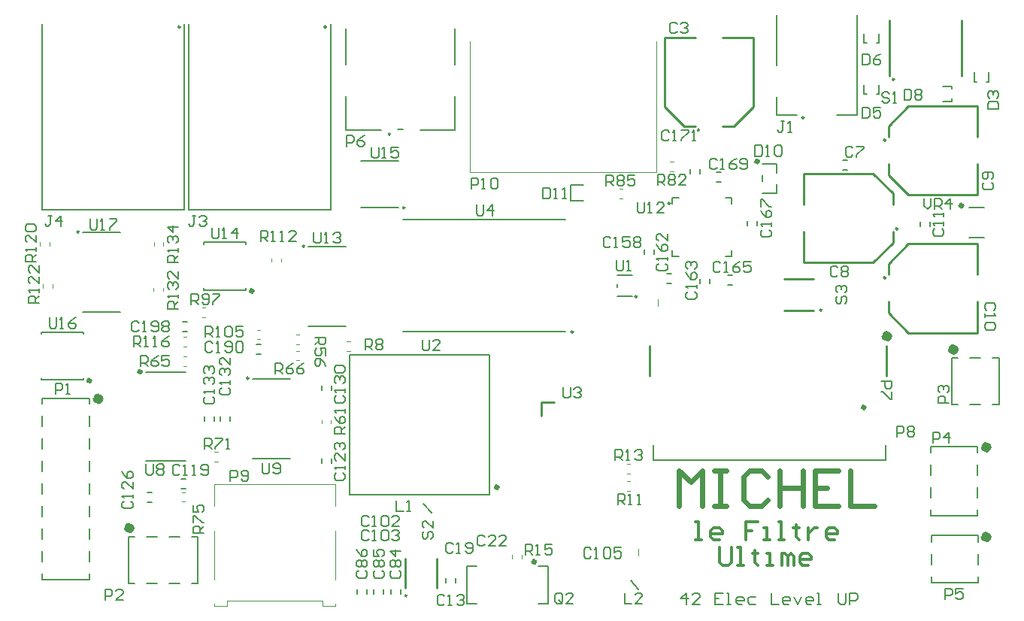
<source format=gto>
G04 Layer_Color=65535*
%FSLAX44Y44*%
%MOMM*%
G71*
G01*
G75*
%ADD47C,0.2000*%
%ADD49C,0.2500*%
%ADD51C,0.5000*%
%ADD52C,1.0000*%
%ADD53C,0.1500*%
%ADD57C,0.6000*%
%ADD58C,0.3500*%
%ADD62C,0.1000*%
%ADD65C,0.2540*%
%ADD112C,0.1524*%
D47*
X801740Y811260D02*
Y968740D01*
X644260Y811260D02*
Y968740D01*
Y811260D02*
X801740D01*
X644260Y968740D02*
X801740D01*
X704000Y995200D02*
X887000D01*
X704000Y1121800D02*
X887000D01*
X960500Y715127D02*
X969500Y705127D01*
X727500Y801000D02*
X736500Y791000D01*
X1341500Y1100750D02*
X1358500D01*
X1341500Y1135250D02*
X1358500D01*
X867500Y688750D02*
Y731250D01*
X857000Y688750D02*
X867500D01*
X857000Y731250D02*
X867500D01*
X776500Y688750D02*
X787000D01*
X776500Y731250D02*
X787000D01*
X776500Y688750D02*
Y731250D01*
X726250Y986246D02*
Y976249D01*
X728249Y974250D01*
X732248D01*
X734247Y976249D01*
Y986246D01*
X746244Y974250D02*
X738246D01*
X746244Y982247D01*
Y984247D01*
X744244Y986246D01*
X740246D01*
X738246Y984247D01*
X968250Y1140746D02*
Y1130749D01*
X970249Y1128750D01*
X974248D01*
X976247Y1130749D01*
Y1140746D01*
X980246Y1128750D02*
X984245D01*
X982245D01*
Y1140746D01*
X980246Y1138747D01*
X998240Y1128750D02*
X990243D01*
X998240Y1136747D01*
Y1138747D01*
X996241Y1140746D01*
X992242D01*
X990243Y1138747D01*
X944750Y1075746D02*
Y1065749D01*
X946749Y1063750D01*
X950748D01*
X952747Y1065749D01*
Y1075746D01*
X956746Y1063750D02*
X960745D01*
X958745D01*
Y1075746D01*
X956746Y1073747D01*
X787000Y1137996D02*
Y1127999D01*
X788999Y1126000D01*
X792998D01*
X794997Y1127999D01*
Y1137996D01*
X804994Y1126000D02*
Y1137996D01*
X798996Y1131998D01*
X806993D01*
X943500Y850250D02*
Y862246D01*
X949498D01*
X951497Y860247D01*
Y856248D01*
X949498Y854249D01*
X943500D01*
X947499D02*
X951497Y850250D01*
X955496D02*
X959495D01*
X957495D01*
Y862246D01*
X955496Y860247D01*
X965493D02*
X967492Y862246D01*
X971491D01*
X973490Y860247D01*
Y858247D01*
X971491Y856248D01*
X969492D01*
X971491D01*
X973490Y854249D01*
Y852249D01*
X971491Y850250D01*
X967492D01*
X965493Y852249D01*
X884750Y932496D02*
Y922499D01*
X886749Y920500D01*
X890748D01*
X892747Y922499D01*
Y932496D01*
X896746Y930497D02*
X898745Y932496D01*
X902744D01*
X904743Y930497D01*
Y928497D01*
X902744Y926498D01*
X900745D01*
X902744D01*
X904743Y924499D01*
Y922499D01*
X902744Y920500D01*
X898745D01*
X896746Y922499D01*
X1268750Y1268246D02*
Y1256250D01*
X1274748D01*
X1276747Y1258249D01*
Y1266247D01*
X1274748Y1268246D01*
X1268750D01*
X1280746Y1266247D02*
X1282746Y1268246D01*
X1286744D01*
X1288743Y1266247D01*
Y1264247D01*
X1286744Y1262248D01*
X1288743Y1260249D01*
Y1258249D01*
X1286744Y1256250D01*
X1282746D01*
X1280746Y1258249D01*
Y1260249D01*
X1282746Y1262248D01*
X1280746Y1264247D01*
Y1266247D01*
X1282746Y1262248D02*
X1286744D01*
X604000Y1106896D02*
Y1096899D01*
X605999Y1094900D01*
X609998D01*
X611997Y1096899D01*
Y1106896D01*
X615996Y1094900D02*
X619995D01*
X617995D01*
Y1106896D01*
X615996Y1104897D01*
X625993D02*
X627992Y1106896D01*
X631991D01*
X633990Y1104897D01*
Y1102897D01*
X631991Y1100898D01*
X629992D01*
X631991D01*
X633990Y1098899D01*
Y1096899D01*
X631991Y1094900D01*
X627992D01*
X625993Y1096899D01*
X352000Y1121996D02*
Y1111999D01*
X353999Y1110000D01*
X357998D01*
X359997Y1111999D01*
Y1121996D01*
X363996Y1110000D02*
X367995D01*
X365995D01*
Y1121996D01*
X363996Y1119997D01*
X373993Y1121996D02*
X381990D01*
Y1119997D01*
X373993Y1111999D01*
Y1110000D01*
X842250Y743750D02*
Y755746D01*
X848248D01*
X850247Y753747D01*
Y749748D01*
X848248Y747749D01*
X842250D01*
X846249D02*
X850247Y743750D01*
X854246D02*
X858245D01*
X856245D01*
Y755746D01*
X854246Y753747D01*
X872240Y755746D02*
X864243D01*
Y749748D01*
X868242Y751747D01*
X870241D01*
X872240Y749748D01*
Y745749D01*
X870241Y743750D01*
X866242D01*
X864243Y745749D01*
X946100Y800500D02*
Y812496D01*
X952098D01*
X954097Y810497D01*
Y806498D01*
X952098Y804499D01*
X946100D01*
X950099D02*
X954097Y800500D01*
X958096D02*
X962095D01*
X960096D01*
Y812496D01*
X958096Y810497D01*
X968093Y800500D02*
X972092D01*
X970092D01*
Y812496D01*
X968093Y810497D01*
X661750Y974750D02*
Y986746D01*
X667748D01*
X669747Y984747D01*
Y980748D01*
X667748Y978749D01*
X661750D01*
X665749D02*
X669747Y974750D01*
X673746Y984747D02*
X675745Y986746D01*
X679744D01*
X681743Y984747D01*
Y982747D01*
X679744Y980748D01*
X681743Y978749D01*
Y976749D01*
X679744Y974750D01*
X675745D01*
X673746Y976749D01*
Y978749D01*
X675745Y980748D01*
X673746Y982747D01*
Y984747D01*
X675745Y980748D02*
X679744D01*
X954000Y700996D02*
Y689000D01*
X961997D01*
X973994D02*
X965996D01*
X973994Y696997D01*
Y698997D01*
X971994Y700996D01*
X967996D01*
X965996Y698997D01*
X697000Y804996D02*
Y793000D01*
X704997D01*
X708996D02*
X712995D01*
X710995D01*
Y804996D01*
X708996Y802997D01*
X915997Y749997D02*
X913998Y751996D01*
X909999D01*
X908000Y749997D01*
Y741999D01*
X909999Y740000D01*
X913998D01*
X915997Y741999D01*
X919996Y740000D02*
X923995D01*
X921995D01*
Y751996D01*
X919996Y749997D01*
X929993D02*
X931992Y751996D01*
X935991D01*
X937990Y749997D01*
Y741999D01*
X935991Y740000D01*
X931992D01*
X929993Y741999D01*
Y749997D01*
X949986Y751996D02*
X941989D01*
Y745998D01*
X945988Y747997D01*
X947987D01*
X949986Y745998D01*
Y741999D01*
X947987Y740000D01*
X943988D01*
X941989Y741999D01*
X665997Y769997D02*
X663998Y771996D01*
X659999D01*
X658000Y769997D01*
Y761999D01*
X659999Y760000D01*
X663998D01*
X665997Y761999D01*
X669996Y760000D02*
X673995D01*
X671995D01*
Y771996D01*
X669996Y769997D01*
X679993D02*
X681992Y771996D01*
X685991D01*
X687990Y769997D01*
Y761999D01*
X685991Y760000D01*
X681992D01*
X679993Y761999D01*
Y769997D01*
X691989D02*
X693988Y771996D01*
X697987D01*
X699986Y769997D01*
Y767997D01*
X697987Y765998D01*
X695988D01*
X697987D01*
X699986Y763999D01*
Y761999D01*
X697987Y760000D01*
X693988D01*
X691989Y761999D01*
X665997Y785997D02*
X663998Y787996D01*
X659999D01*
X658000Y785997D01*
Y777999D01*
X659999Y776000D01*
X663998D01*
X665997Y777999D01*
X669996Y776000D02*
X673995D01*
X671995D01*
Y787996D01*
X669996Y785997D01*
X679993D02*
X681992Y787996D01*
X685991D01*
X687990Y785997D01*
Y777999D01*
X685991Y776000D01*
X681992D01*
X679993Y777999D01*
Y785997D01*
X699986Y776000D02*
X691989D01*
X699986Y783997D01*
Y785997D01*
X697987Y787996D01*
X693988D01*
X691989Y785997D01*
X654003Y725997D02*
X652004Y723998D01*
Y719999D01*
X654003Y718000D01*
X662001D01*
X664000Y719999D01*
Y723998D01*
X662001Y725997D01*
X654003Y729996D02*
X652004Y731995D01*
Y735994D01*
X654003Y737993D01*
X656003D01*
X658002Y735994D01*
X660001Y737993D01*
X662001D01*
X664000Y735994D01*
Y731995D01*
X662001Y729996D01*
X660001D01*
X658002Y731995D01*
X656003Y729996D01*
X654003D01*
X658002Y731995D02*
Y735994D01*
X652004Y749990D02*
X654003Y745991D01*
X658002Y741992D01*
X662001D01*
X664000Y743992D01*
Y747990D01*
X662001Y749990D01*
X660001D01*
X658002Y747990D01*
Y741992D01*
X673003Y725997D02*
X671004Y723998D01*
Y719999D01*
X673003Y718000D01*
X681001D01*
X683000Y719999D01*
Y723998D01*
X681001Y725997D01*
X673003Y729996D02*
X671004Y731995D01*
Y735994D01*
X673003Y737993D01*
X675003D01*
X677002Y735994D01*
X679001Y737993D01*
X681001D01*
X683000Y735994D01*
Y731995D01*
X681001Y729996D01*
X679001D01*
X677002Y731995D01*
X675003Y729996D01*
X673003D01*
X677002Y731995D02*
Y735994D01*
X671004Y749990D02*
Y741992D01*
X677002D01*
X675003Y745991D01*
Y747990D01*
X677002Y749990D01*
X681001D01*
X683000Y747990D01*
Y743992D01*
X681001Y741992D01*
X692003Y725997D02*
X690004Y723998D01*
Y719999D01*
X692003Y718000D01*
X700001D01*
X702000Y719999D01*
Y723998D01*
X700001Y725997D01*
X692003Y729996D02*
X690004Y731995D01*
Y735994D01*
X692003Y737993D01*
X694003D01*
X696002Y735994D01*
X698001Y737993D01*
X700001D01*
X702000Y735994D01*
Y731995D01*
X700001Y729996D01*
X698001D01*
X696002Y731995D01*
X694003Y729996D01*
X692003D01*
X696002Y731995D02*
Y735994D01*
X702000Y747990D02*
X690004D01*
X696002Y741992D01*
Y749990D01*
X796497Y763747D02*
X794498Y765746D01*
X790499D01*
X788500Y763747D01*
Y755749D01*
X790499Y753750D01*
X794498D01*
X796497Y755749D01*
X808493Y753750D02*
X800496D01*
X808493Y761747D01*
Y763747D01*
X806494Y765746D01*
X802495D01*
X800496Y763747D01*
X820490Y753750D02*
X812492D01*
X820490Y761747D01*
Y763747D01*
X818490Y765746D01*
X814492D01*
X812492Y763747D01*
X760747Y755747D02*
X758748Y757746D01*
X754749D01*
X752750Y755747D01*
Y747749D01*
X754749Y745750D01*
X758748D01*
X760747Y747749D01*
X764746Y745750D02*
X768745D01*
X766746D01*
Y757746D01*
X764746Y755747D01*
X774743Y747749D02*
X776742Y745750D01*
X780741D01*
X782740Y747749D01*
Y755747D01*
X780741Y757746D01*
X776742D01*
X774743Y755747D01*
Y753747D01*
X776742Y751748D01*
X782740D01*
X750997Y696997D02*
X748998Y698996D01*
X744999D01*
X743000Y696997D01*
Y688999D01*
X744999Y687000D01*
X748998D01*
X750997Y688999D01*
X754996Y687000D02*
X758995D01*
X756995D01*
Y698996D01*
X754996Y696997D01*
X764993D02*
X766992Y698996D01*
X770991D01*
X772990Y696997D01*
Y694997D01*
X770991Y692998D01*
X768992D01*
X770991D01*
X772990Y690999D01*
Y688999D01*
X770991Y687000D01*
X766992D01*
X764993Y688999D01*
X546000Y846996D02*
Y836999D01*
X547999Y835000D01*
X551998D01*
X553997Y836999D01*
Y846996D01*
X557996Y836999D02*
X559995Y835000D01*
X563994D01*
X565993Y836999D01*
Y844997D01*
X563994Y846996D01*
X559995D01*
X557996Y844997D01*
Y842997D01*
X559995Y840998D01*
X565993D01*
X415000Y845996D02*
Y835999D01*
X416999Y834000D01*
X420998D01*
X422997Y835999D01*
Y845996D01*
X426996Y843997D02*
X428996Y845996D01*
X432994D01*
X434994Y843997D01*
Y841997D01*
X432994Y839998D01*
X434994Y837999D01*
Y835999D01*
X432994Y834000D01*
X428996D01*
X426996Y835999D01*
Y837999D01*
X428996Y839998D01*
X426996Y841997D01*
Y843997D01*
X428996Y839998D02*
X432994D01*
X480000Y768000D02*
X468004D01*
Y773998D01*
X470003Y775997D01*
X474002D01*
X476001Y773998D01*
Y768000D01*
Y771999D02*
X480000Y775997D01*
X468004Y779996D02*
Y787993D01*
X470003D01*
X478001Y779996D01*
X480000D01*
X468004Y799990D02*
Y791992D01*
X474002D01*
X472003Y795991D01*
Y797990D01*
X474002Y799990D01*
X478001D01*
X480000Y797990D01*
Y793992D01*
X478001Y791992D01*
X481000Y863000D02*
Y874996D01*
X486998D01*
X488997Y872997D01*
Y868998D01*
X486998Y866999D01*
X481000D01*
X484999D02*
X488997Y863000D01*
X492996Y874996D02*
X500993D01*
Y872997D01*
X492996Y864999D01*
Y863000D01*
X504992D02*
X508991D01*
X506992D01*
Y874996D01*
X504992Y872997D01*
X560750Y947500D02*
Y959496D01*
X566748D01*
X568747Y957497D01*
Y953498D01*
X566748Y951499D01*
X560750D01*
X564749D02*
X568747Y947500D01*
X580743Y959496D02*
X576745Y957497D01*
X572746Y953498D01*
Y949499D01*
X574745Y947500D01*
X578744D01*
X580743Y949499D01*
Y951499D01*
X578744Y953498D01*
X572746D01*
X592740Y959496D02*
X588741Y957497D01*
X584742Y953498D01*
Y949499D01*
X586742Y947500D01*
X590740D01*
X592740Y949499D01*
Y951499D01*
X590740Y953498D01*
X584742D01*
X409000Y956000D02*
Y967996D01*
X414998D01*
X416997Y965997D01*
Y961998D01*
X414998Y959999D01*
X409000D01*
X412999D02*
X416997Y956000D01*
X428993Y967996D02*
X424995Y965997D01*
X420996Y961998D01*
Y957999D01*
X422995Y956000D01*
X426994D01*
X428993Y957999D01*
Y959999D01*
X426994Y961998D01*
X420996D01*
X440990Y967996D02*
X432992D01*
Y961998D01*
X436991Y963997D01*
X438990D01*
X440990Y961998D01*
Y957999D01*
X438990Y956000D01*
X434992D01*
X432992Y957999D01*
X639000Y880000D02*
X627004D01*
Y885998D01*
X629003Y887997D01*
X633002D01*
X635001Y885998D01*
Y880000D01*
Y883999D02*
X639000Y887997D01*
X627004Y899994D02*
X629003Y895995D01*
X633002Y891996D01*
X637001D01*
X639000Y893996D01*
Y897994D01*
X637001Y899994D01*
X635001D01*
X633002Y897994D01*
Y891996D01*
X639000Y903992D02*
Y907991D01*
Y905992D01*
X627004D01*
X629003Y903992D01*
X605250Y988500D02*
X617246D01*
Y982502D01*
X615247Y980503D01*
X611248D01*
X609249Y982502D01*
Y988500D01*
Y984501D02*
X605250Y980503D01*
X617246Y968506D02*
Y976504D01*
X611248D01*
X613247Y972505D01*
Y970506D01*
X611248Y968506D01*
X607249D01*
X605250Y970506D01*
Y974504D01*
X607249Y976504D01*
X617246Y956510D02*
X615247Y960509D01*
X611248Y964508D01*
X607249D01*
X605250Y962508D01*
Y958510D01*
X607249Y956510D01*
X609249D01*
X611248Y958510D01*
Y964508D01*
X482003Y921997D02*
X480004Y919998D01*
Y915999D01*
X482003Y914000D01*
X490001D01*
X492000Y915999D01*
Y919998D01*
X490001Y921997D01*
X492000Y925996D02*
Y929995D01*
Y927996D01*
X480004D01*
X482003Y925996D01*
Y935993D02*
X480004Y937992D01*
Y941991D01*
X482003Y943990D01*
X484003D01*
X486002Y941991D01*
Y939992D01*
Y941991D01*
X488001Y943990D01*
X490001D01*
X492000Y941991D01*
Y937992D01*
X490001Y935993D01*
X482003Y947989D02*
X480004Y949988D01*
Y953987D01*
X482003Y955986D01*
X484003D01*
X486002Y953987D01*
Y951988D01*
Y953987D01*
X488001Y955986D01*
X490001D01*
X492000Y953987D01*
Y949988D01*
X490001Y947989D01*
X500003Y931997D02*
X498004Y929998D01*
Y925999D01*
X500003Y924000D01*
X508001D01*
X510000Y925999D01*
Y929998D01*
X508001Y931997D01*
X510000Y935996D02*
Y939995D01*
Y937996D01*
X498004D01*
X500003Y935996D01*
Y945993D02*
X498004Y947992D01*
Y951991D01*
X500003Y953990D01*
X502003D01*
X504002Y951991D01*
Y949992D01*
Y951991D01*
X506001Y953990D01*
X508001D01*
X510000Y951991D01*
Y947992D01*
X508001Y945993D01*
X510000Y965986D02*
Y957989D01*
X502003Y965986D01*
X500003D01*
X498004Y963987D01*
Y959988D01*
X500003Y957989D01*
X629003Y922997D02*
X627004Y920998D01*
Y916999D01*
X629003Y915000D01*
X637001D01*
X639000Y916999D01*
Y920998D01*
X637001Y922997D01*
X639000Y926996D02*
Y930995D01*
Y928996D01*
X627004D01*
X629003Y926996D01*
Y936993D02*
X627004Y938992D01*
Y942991D01*
X629003Y944990D01*
X631003D01*
X633002Y942991D01*
Y940992D01*
Y942991D01*
X635001Y944990D01*
X637001D01*
X639000Y942991D01*
Y938992D01*
X637001Y936993D01*
X629003Y948989D02*
X627004Y950988D01*
Y954987D01*
X629003Y956986D01*
X637001D01*
X639000Y954987D01*
Y950988D01*
X637001Y948989D01*
X629003D01*
X390003Y803997D02*
X388004Y801998D01*
Y797999D01*
X390003Y796000D01*
X398001D01*
X400000Y797999D01*
Y801998D01*
X398001Y803997D01*
X400000Y807996D02*
Y811995D01*
Y809995D01*
X388004D01*
X390003Y807996D01*
X400000Y825990D02*
Y817993D01*
X392003Y825990D01*
X390003D01*
X388004Y823991D01*
Y819992D01*
X390003Y817993D01*
X388004Y837986D02*
X390003Y833988D01*
X394002Y829989D01*
X398001D01*
X400000Y831988D01*
Y835987D01*
X398001Y837986D01*
X396001D01*
X394002Y835987D01*
Y829989D01*
X629003Y835997D02*
X627004Y833998D01*
Y829999D01*
X629003Y828000D01*
X637001D01*
X639000Y829999D01*
Y833998D01*
X637001Y835997D01*
X639000Y839996D02*
Y843995D01*
Y841995D01*
X627004D01*
X629003Y839996D01*
X639000Y857990D02*
Y849993D01*
X631003Y857990D01*
X629003D01*
X627004Y855991D01*
Y851992D01*
X629003Y849993D01*
Y861989D02*
X627004Y863988D01*
Y867987D01*
X629003Y869986D01*
X631003D01*
X633002Y867987D01*
Y865988D01*
Y867987D01*
X635001Y869986D01*
X637001D01*
X639000Y867987D01*
Y863988D01*
X637001Y861989D01*
X452997Y843361D02*
X450998Y845360D01*
X446999D01*
X445000Y843361D01*
Y835363D01*
X446999Y833364D01*
X450998D01*
X452997Y835363D01*
X456996Y833364D02*
X460995D01*
X458996D01*
Y845360D01*
X456996Y843361D01*
X466993Y833364D02*
X470992D01*
X468992D01*
Y845360D01*
X466993Y843361D01*
X476990Y835363D02*
X478989Y833364D01*
X482988D01*
X484987Y835363D01*
Y843361D01*
X482988Y845360D01*
X478989D01*
X476990Y843361D01*
Y841361D01*
X478989Y839362D01*
X484987D01*
X1319000Y914500D02*
X1307004D01*
Y920498D01*
X1309003Y922497D01*
X1313002D01*
X1315001Y920498D01*
Y914500D01*
X1309003Y926496D02*
X1307004Y928495D01*
Y932494D01*
X1309003Y934493D01*
X1311003D01*
X1313002Y932494D01*
Y930495D01*
Y932494D01*
X1315001Y934493D01*
X1317001D01*
X1319000Y932494D01*
Y928495D01*
X1317001Y926496D01*
X369000Y693000D02*
Y704996D01*
X374998D01*
X376997Y702997D01*
Y698998D01*
X374998Y696999D01*
X369000D01*
X388993Y693000D02*
X380996D01*
X388993Y700997D01*
Y702997D01*
X386994Y704996D01*
X382995D01*
X380996Y702997D01*
X313000Y925000D02*
Y936996D01*
X318998D01*
X320997Y934997D01*
Y930998D01*
X318998Y928999D01*
X313000D01*
X324996Y925000D02*
X328995D01*
X326996D01*
Y936996D01*
X324996Y934997D01*
X510000Y827000D02*
Y838996D01*
X515998D01*
X517997Y836997D01*
Y832998D01*
X515998Y830999D01*
X510000D01*
X521996Y828999D02*
X523996Y827000D01*
X527994D01*
X529994Y828999D01*
Y836997D01*
X527994Y838996D01*
X523996D01*
X521996Y836997D01*
Y834997D01*
X523996Y832998D01*
X529994D01*
X1242750Y939250D02*
X1254746D01*
Y933252D01*
X1252747Y931253D01*
X1248748D01*
X1246749Y933252D01*
Y939250D01*
X1254746Y927254D02*
Y919257D01*
X1252747D01*
X1244749Y927254D01*
X1242750D01*
X1222000Y1307754D02*
Y1295758D01*
X1227998D01*
X1229997Y1297757D01*
Y1305755D01*
X1227998Y1307754D01*
X1222000D01*
X1241993D02*
X1237995Y1305755D01*
X1233996Y1301756D01*
Y1297757D01*
X1235995Y1295758D01*
X1239994D01*
X1241993Y1297757D01*
Y1299757D01*
X1239994Y1301756D01*
X1233996D01*
X1222000Y1247996D02*
Y1236000D01*
X1227998D01*
X1229997Y1237999D01*
Y1245997D01*
X1227998Y1247996D01*
X1222000D01*
X1241993D02*
X1233996D01*
Y1241998D01*
X1237995Y1243997D01*
X1239994D01*
X1241993Y1241998D01*
Y1237999D01*
X1239994Y1236000D01*
X1235995D01*
X1233996Y1237999D01*
X1363004Y1246000D02*
X1375000D01*
Y1251998D01*
X1373001Y1253997D01*
X1365003D01*
X1363004Y1251998D01*
Y1246000D01*
X1365003Y1257996D02*
X1363004Y1259995D01*
Y1263994D01*
X1365003Y1265993D01*
X1367003D01*
X1369002Y1263994D01*
Y1261995D01*
Y1263994D01*
X1371001Y1265993D01*
X1373001D01*
X1375000Y1263994D01*
Y1259995D01*
X1373001Y1257996D01*
X1303003Y1110997D02*
X1301004Y1108998D01*
Y1104999D01*
X1303003Y1103000D01*
X1311001D01*
X1313000Y1104999D01*
Y1108998D01*
X1311001Y1110997D01*
X1313000Y1114996D02*
Y1118995D01*
Y1116995D01*
X1301004D01*
X1303003Y1114996D01*
X1313000Y1124993D02*
Y1128992D01*
Y1126992D01*
X1301004D01*
X1303003Y1124993D01*
X1369497Y1019253D02*
X1371496Y1021252D01*
Y1025251D01*
X1369497Y1027250D01*
X1361499D01*
X1359500Y1025251D01*
Y1021252D01*
X1361499Y1019253D01*
X1359500Y1015254D02*
Y1011255D01*
Y1013254D01*
X1371496D01*
X1369497Y1015254D01*
Y1005257D02*
X1371496Y1003258D01*
Y999259D01*
X1369497Y997260D01*
X1361499D01*
X1359500Y999259D01*
Y1003258D01*
X1361499Y1005257D01*
X1369497D01*
X1359003Y1162997D02*
X1357004Y1160998D01*
Y1156999D01*
X1359003Y1155000D01*
X1367001D01*
X1369000Y1156999D01*
Y1160998D01*
X1367001Y1162997D01*
Y1166996D02*
X1369000Y1168996D01*
Y1172994D01*
X1367001Y1174994D01*
X1359003D01*
X1357004Y1172994D01*
Y1168996D01*
X1359003Y1166996D01*
X1361003D01*
X1363002Y1168996D01*
Y1174994D01*
X1193997Y1066997D02*
X1191998Y1068996D01*
X1187999D01*
X1186000Y1066997D01*
Y1058999D01*
X1187999Y1057000D01*
X1191998D01*
X1193997Y1058999D01*
X1197996Y1066997D02*
X1199995Y1068996D01*
X1203994D01*
X1205993Y1066997D01*
Y1064997D01*
X1203994Y1062998D01*
X1205993Y1060999D01*
Y1058999D01*
X1203994Y1057000D01*
X1199995D01*
X1197996Y1058999D01*
Y1060999D01*
X1199995Y1062998D01*
X1197996Y1064997D01*
Y1066997D01*
X1199995Y1062998D02*
X1203994D01*
X1210997Y1201997D02*
X1208998Y1203996D01*
X1204999D01*
X1203000Y1201997D01*
Y1193999D01*
X1204999Y1192000D01*
X1208998D01*
X1210997Y1193999D01*
X1214996Y1203996D02*
X1222994D01*
Y1201997D01*
X1214996Y1193999D01*
Y1192000D01*
X1012997Y1341527D02*
X1010998Y1343526D01*
X1006999D01*
X1005000Y1341527D01*
Y1333529D01*
X1006999Y1331530D01*
X1010998D01*
X1012997Y1333529D01*
X1016996Y1341527D02*
X1018996Y1343526D01*
X1022994D01*
X1024994Y1341527D01*
Y1339527D01*
X1022994Y1337528D01*
X1020995D01*
X1022994D01*
X1024994Y1335529D01*
Y1333529D01*
X1022994Y1331530D01*
X1018996D01*
X1016996Y1333529D01*
X1260500Y877000D02*
Y888996D01*
X1266498D01*
X1268497Y886997D01*
Y882998D01*
X1266498Y880999D01*
X1260500D01*
X1272496Y886997D02*
X1274495Y888996D01*
X1278494D01*
X1280493Y886997D01*
Y884997D01*
X1278494Y882998D01*
X1280493Y880999D01*
Y878999D01*
X1278494Y877000D01*
X1274495D01*
X1272496Y878999D01*
Y880999D01*
X1274495Y882998D01*
X1272496Y884997D01*
Y886997D01*
X1274495Y882998D02*
X1278494D01*
X489997Y981997D02*
X487998Y983996D01*
X483999D01*
X482000Y981997D01*
Y973999D01*
X483999Y972000D01*
X487998D01*
X489997Y973999D01*
X493996Y972000D02*
X497995D01*
X495995D01*
Y983996D01*
X493996Y981997D01*
X503993Y973999D02*
X505992Y972000D01*
X509991D01*
X511990Y973999D01*
Y981997D01*
X509991Y983996D01*
X505992D01*
X503993Y981997D01*
Y979997D01*
X505992Y977998D01*
X511990D01*
X515989Y981997D02*
X517988Y983996D01*
X521987D01*
X523986Y981997D01*
Y973999D01*
X521987Y972000D01*
X517988D01*
X515989Y973999D01*
Y981997D01*
X406997Y1004997D02*
X404998Y1006996D01*
X400999D01*
X399000Y1004997D01*
Y996999D01*
X400999Y995000D01*
X404998D01*
X406997Y996999D01*
X410996Y995000D02*
X414995D01*
X412995D01*
Y1006996D01*
X410996Y1004997D01*
X420993Y996999D02*
X422992Y995000D01*
X426991D01*
X428990Y996999D01*
Y1004997D01*
X426991Y1006996D01*
X422992D01*
X420993Y1004997D01*
Y1002997D01*
X422992Y1000998D01*
X428990D01*
X432989Y1004997D02*
X434988Y1006996D01*
X438987D01*
X440986Y1004997D01*
Y1002997D01*
X438987Y1000998D01*
X440986Y998999D01*
Y996999D01*
X438987Y995000D01*
X434988D01*
X432989Y996999D01*
Y998999D01*
X434988Y1000998D01*
X432989Y1002997D01*
Y1004997D01*
X434988Y1000998D02*
X438987D01*
X466000Y1026000D02*
Y1037996D01*
X471998D01*
X473997Y1035997D01*
Y1031998D01*
X471998Y1029999D01*
X466000D01*
X469999D02*
X473997Y1026000D01*
X477996Y1027999D02*
X479995Y1026000D01*
X483994D01*
X485993Y1027999D01*
Y1035997D01*
X483994Y1037996D01*
X479995D01*
X477996Y1035997D01*
Y1033997D01*
X479995Y1031998D01*
X485993D01*
X489992Y1037996D02*
X497990D01*
Y1035997D01*
X489992Y1027999D01*
Y1026000D01*
X482000Y989000D02*
Y1000996D01*
X487998D01*
X489997Y998997D01*
Y994998D01*
X487998Y992999D01*
X482000D01*
X485999D02*
X489997Y989000D01*
X493996D02*
X497995D01*
X495995D01*
Y1000996D01*
X493996Y998997D01*
X503993D02*
X505992Y1000996D01*
X509991D01*
X511990Y998997D01*
Y990999D01*
X509991Y989000D01*
X505992D01*
X503993Y990999D01*
Y998997D01*
X523986Y1000996D02*
X515989D01*
Y994998D01*
X519988Y996997D01*
X521987D01*
X523986Y994998D01*
Y990999D01*
X521987Y989000D01*
X517988D01*
X515989Y990999D01*
X544000Y1097000D02*
Y1108996D01*
X549998D01*
X551997Y1106997D01*
Y1102998D01*
X549998Y1100999D01*
X544000D01*
X547999D02*
X551997Y1097000D01*
X555996D02*
X559995D01*
X557995D01*
Y1108996D01*
X555996Y1106997D01*
X565993Y1097000D02*
X569992D01*
X567992D01*
Y1108996D01*
X565993Y1106997D01*
X583987Y1097000D02*
X575990D01*
X583987Y1104997D01*
Y1106997D01*
X581988Y1108996D01*
X577989D01*
X575990Y1106997D01*
X401000Y978000D02*
Y989996D01*
X406998D01*
X408997Y987997D01*
Y983998D01*
X406998Y981999D01*
X401000D01*
X404999D02*
X408997Y978000D01*
X412996D02*
X416995D01*
X414995D01*
Y989996D01*
X412996Y987997D01*
X422993Y978000D02*
X426992D01*
X424992D01*
Y989996D01*
X422993Y987997D01*
X440987Y989996D02*
X436988Y987997D01*
X432990Y983998D01*
Y979999D01*
X434989Y978000D01*
X438988D01*
X440987Y979999D01*
Y981999D01*
X438988Y983998D01*
X432990D01*
X937997Y1099997D02*
X935998Y1101996D01*
X931999D01*
X930000Y1099997D01*
Y1091999D01*
X931999Y1090000D01*
X935998D01*
X937997Y1091999D01*
X941996Y1090000D02*
X945995D01*
X943996D01*
Y1101996D01*
X941996Y1099997D01*
X959990Y1101996D02*
X951993D01*
Y1095998D01*
X955992Y1097997D01*
X957991D01*
X959990Y1095998D01*
Y1091999D01*
X957991Y1090000D01*
X953992D01*
X951993Y1091999D01*
X963989Y1099997D02*
X965988Y1101996D01*
X969987D01*
X971986Y1099997D01*
Y1097997D01*
X969987Y1095998D01*
X971986Y1093999D01*
Y1091999D01*
X969987Y1090000D01*
X965988D01*
X963989Y1091999D01*
Y1093999D01*
X965988Y1095998D01*
X963989Y1097997D01*
Y1099997D01*
X965988Y1095998D02*
X969987D01*
X992003Y1071497D02*
X990004Y1069498D01*
Y1065499D01*
X992003Y1063500D01*
X1000001D01*
X1002000Y1065499D01*
Y1069498D01*
X1000001Y1071497D01*
X1002000Y1075496D02*
Y1079495D01*
Y1077495D01*
X990004D01*
X992003Y1075496D01*
X990004Y1093490D02*
X992003Y1089492D01*
X996002Y1085493D01*
X1000001D01*
X1002000Y1087492D01*
Y1091491D01*
X1000001Y1093490D01*
X998001D01*
X996002Y1091491D01*
Y1085493D01*
X1002000Y1105486D02*
Y1097489D01*
X994003Y1105486D01*
X992003D01*
X990004Y1103487D01*
Y1099488D01*
X992003Y1097489D01*
X1025003Y1039997D02*
X1023004Y1037998D01*
Y1033999D01*
X1025003Y1032000D01*
X1033001D01*
X1035000Y1033999D01*
Y1037998D01*
X1033001Y1039997D01*
X1035000Y1043996D02*
Y1047995D01*
Y1045995D01*
X1023004D01*
X1025003Y1043996D01*
X1023004Y1061990D02*
X1025003Y1057992D01*
X1029002Y1053993D01*
X1033001D01*
X1035000Y1055992D01*
Y1059991D01*
X1033001Y1061990D01*
X1031001D01*
X1029002Y1059991D01*
Y1053993D01*
X1025003Y1065989D02*
X1023004Y1067988D01*
Y1071987D01*
X1025003Y1073986D01*
X1027003D01*
X1029002Y1071987D01*
Y1069988D01*
Y1071987D01*
X1031001Y1073986D01*
X1033001D01*
X1035000Y1071987D01*
Y1067988D01*
X1033001Y1065989D01*
X1061997Y1071997D02*
X1059998Y1073996D01*
X1055999D01*
X1054000Y1071997D01*
Y1063999D01*
X1055999Y1062000D01*
X1059998D01*
X1061997Y1063999D01*
X1065996Y1062000D02*
X1069995D01*
X1067996D01*
Y1073996D01*
X1065996Y1071997D01*
X1083990Y1073996D02*
X1079992Y1071997D01*
X1075993Y1067998D01*
Y1063999D01*
X1077992Y1062000D01*
X1081991D01*
X1083990Y1063999D01*
Y1065999D01*
X1081991Y1067998D01*
X1075993D01*
X1095986Y1073996D02*
X1087989D01*
Y1067998D01*
X1091988Y1069997D01*
X1093987D01*
X1095986Y1067998D01*
Y1063999D01*
X1093987Y1062000D01*
X1089988D01*
X1087989Y1063999D01*
X1109003Y1109997D02*
X1107004Y1107998D01*
Y1103999D01*
X1109003Y1102000D01*
X1117001D01*
X1119000Y1103999D01*
Y1107998D01*
X1117001Y1109997D01*
X1119000Y1113996D02*
Y1117995D01*
Y1115995D01*
X1107004D01*
X1109003Y1113996D01*
X1107004Y1131990D02*
X1109003Y1127992D01*
X1113002Y1123993D01*
X1117001D01*
X1119000Y1125992D01*
Y1129991D01*
X1117001Y1131990D01*
X1115001D01*
X1113002Y1129991D01*
Y1123993D01*
X1107004Y1135989D02*
Y1143986D01*
X1109003D01*
X1117001Y1135989D01*
X1119000D01*
X1057997Y1187997D02*
X1055998Y1189996D01*
X1051999D01*
X1050000Y1187997D01*
Y1179999D01*
X1051999Y1178000D01*
X1055998D01*
X1057997Y1179999D01*
X1061996Y1178000D02*
X1065995D01*
X1063996D01*
Y1189996D01*
X1061996Y1187997D01*
X1079990Y1189996D02*
X1075992Y1187997D01*
X1071993Y1183998D01*
Y1179999D01*
X1073992Y1178000D01*
X1077991D01*
X1079990Y1179999D01*
Y1181999D01*
X1077991Y1183998D01*
X1071993D01*
X1083989Y1179999D02*
X1085988Y1178000D01*
X1089987D01*
X1091986Y1179999D01*
Y1187997D01*
X1089987Y1189996D01*
X1085988D01*
X1083989Y1187997D01*
Y1185997D01*
X1085988Y1183998D01*
X1091986D01*
X1003997Y1219997D02*
X1001998Y1221996D01*
X997999D01*
X996000Y1219997D01*
Y1211999D01*
X997999Y1210000D01*
X1001998D01*
X1003997Y1211999D01*
X1007996Y1210000D02*
X1011995D01*
X1009995D01*
Y1221996D01*
X1007996Y1219997D01*
X1017993Y1221996D02*
X1025990D01*
Y1219997D01*
X1017993Y1211999D01*
Y1210000D01*
X1029989D02*
X1033988D01*
X1031988D01*
Y1221996D01*
X1029989Y1219997D01*
X1101000Y1204996D02*
Y1193000D01*
X1106998D01*
X1108997Y1194999D01*
Y1202997D01*
X1106998Y1204996D01*
X1101000D01*
X1112996Y1193000D02*
X1116995D01*
X1114995D01*
Y1204996D01*
X1112996Y1202997D01*
X1122993D02*
X1124992Y1204996D01*
X1128991D01*
X1130990Y1202997D01*
Y1194999D01*
X1128991Y1193000D01*
X1124992D01*
X1122993Y1194999D01*
Y1202997D01*
X862250Y1157246D02*
Y1145250D01*
X868248D01*
X870247Y1147249D01*
Y1155247D01*
X868248Y1157246D01*
X862250D01*
X874246Y1145250D02*
X878245D01*
X876245D01*
Y1157246D01*
X874246Y1155247D01*
X884243Y1145250D02*
X888242D01*
X886242D01*
Y1157246D01*
X884243Y1155247D01*
X1301000Y870000D02*
Y881996D01*
X1306998D01*
X1308997Y879997D01*
Y875998D01*
X1306998Y873999D01*
X1301000D01*
X1318994Y870000D02*
Y881996D01*
X1312996Y875998D01*
X1320993D01*
X1315000Y694000D02*
Y705996D01*
X1320998D01*
X1322997Y703997D01*
Y699998D01*
X1320998Y697999D01*
X1315000D01*
X1334993Y705996D02*
X1326996D01*
Y699998D01*
X1330995Y701997D01*
X1332994D01*
X1334993Y699998D01*
Y695999D01*
X1332994Y694000D01*
X1328996D01*
X1326996Y695999D01*
X991000Y1160000D02*
Y1171996D01*
X996998D01*
X998997Y1169997D01*
Y1165998D01*
X996998Y1163999D01*
X991000D01*
X994999D02*
X998997Y1160000D01*
X1002996Y1169997D02*
X1004995Y1171996D01*
X1008994D01*
X1010993Y1169997D01*
Y1167997D01*
X1008994Y1165998D01*
X1010993Y1163999D01*
Y1161999D01*
X1008994Y1160000D01*
X1004995D01*
X1002996Y1161999D01*
Y1163999D01*
X1004995Y1165998D01*
X1002996Y1167997D01*
Y1169997D01*
X1004995Y1165998D02*
X1008994D01*
X1022990Y1160000D02*
X1014992D01*
X1022990Y1167997D01*
Y1169997D01*
X1020990Y1171996D01*
X1016992D01*
X1014992Y1169997D01*
X933250Y1159500D02*
Y1171496D01*
X939248D01*
X941247Y1169497D01*
Y1165498D01*
X939248Y1163499D01*
X933250D01*
X937249D02*
X941247Y1159500D01*
X945246Y1169497D02*
X947245Y1171496D01*
X951244D01*
X953243Y1169497D01*
Y1167497D01*
X951244Y1165498D01*
X953243Y1163499D01*
Y1161499D01*
X951244Y1159500D01*
X947245D01*
X945246Y1161499D01*
Y1163499D01*
X947245Y1165498D01*
X945246Y1167497D01*
Y1169497D01*
X947245Y1165498D02*
X951244D01*
X965240Y1171496D02*
X957242D01*
Y1165498D01*
X961241Y1167497D01*
X963240D01*
X965240Y1165498D01*
Y1161499D01*
X963240Y1159500D01*
X959242D01*
X957242Y1161499D01*
X291000Y1074000D02*
X279004D01*
Y1079998D01*
X281003Y1081997D01*
X285002D01*
X287001Y1079998D01*
Y1074000D01*
Y1077999D02*
X291000Y1081997D01*
Y1085996D02*
Y1089995D01*
Y1087996D01*
X279004D01*
X281003Y1085996D01*
X291000Y1103990D02*
Y1095993D01*
X283003Y1103990D01*
X281003D01*
X279004Y1101991D01*
Y1097992D01*
X281003Y1095993D01*
Y1107989D02*
X279004Y1109988D01*
Y1113987D01*
X281003Y1115986D01*
X289001D01*
X291000Y1113987D01*
Y1109988D01*
X289001Y1107989D01*
X281003D01*
X294500Y1027500D02*
X282504D01*
Y1033498D01*
X284503Y1035497D01*
X288502D01*
X290501Y1033498D01*
Y1027500D01*
Y1031499D02*
X294500Y1035497D01*
Y1039496D02*
Y1043495D01*
Y1041496D01*
X282504D01*
X284503Y1039496D01*
X294500Y1057490D02*
Y1049493D01*
X286503Y1057490D01*
X284503D01*
X282504Y1055491D01*
Y1051492D01*
X284503Y1049493D01*
X294500Y1069486D02*
Y1061489D01*
X286503Y1069486D01*
X284503D01*
X282504Y1067487D01*
Y1063488D01*
X284503Y1061489D01*
X451000Y1021000D02*
X439004D01*
Y1026998D01*
X441003Y1028997D01*
X445002D01*
X447001Y1026998D01*
Y1021000D01*
Y1024999D02*
X451000Y1028997D01*
Y1032996D02*
Y1036995D01*
Y1034995D01*
X439004D01*
X441003Y1032996D01*
Y1042993D02*
X439004Y1044992D01*
Y1048991D01*
X441003Y1050990D01*
X443003D01*
X445002Y1048991D01*
Y1046992D01*
Y1048991D01*
X447001Y1050990D01*
X449001D01*
X451000Y1048991D01*
Y1044992D01*
X449001Y1042993D01*
X451000Y1062986D02*
Y1054989D01*
X443003Y1062986D01*
X441003D01*
X439004Y1060987D01*
Y1056988D01*
X441003Y1054989D01*
X451000Y1073000D02*
X439004D01*
Y1078998D01*
X441003Y1080997D01*
X445002D01*
X447001Y1078998D01*
Y1073000D01*
Y1076999D02*
X451000Y1080997D01*
Y1084996D02*
Y1088995D01*
Y1086995D01*
X439004D01*
X441003Y1084996D01*
Y1094993D02*
X439004Y1096992D01*
Y1100991D01*
X441003Y1102990D01*
X443003D01*
X445002Y1100991D01*
Y1098992D01*
Y1100991D01*
X447001Y1102990D01*
X449001D01*
X451000Y1100991D01*
Y1096992D01*
X449001Y1094993D01*
X451000Y1112987D02*
X439004D01*
X445002Y1106989D01*
Y1114986D01*
X1194003Y1034997D02*
X1192004Y1032998D01*
Y1028999D01*
X1194003Y1027000D01*
X1196003D01*
X1198002Y1028999D01*
Y1032998D01*
X1200001Y1034997D01*
X1202001D01*
X1204000Y1032998D01*
Y1028999D01*
X1202001Y1027000D01*
X1194003Y1038996D02*
X1192004Y1040995D01*
Y1044994D01*
X1194003Y1046993D01*
X1196003D01*
X1198002Y1044994D01*
Y1042995D01*
Y1044994D01*
X1200001Y1046993D01*
X1202001D01*
X1204000Y1044994D01*
Y1040995D01*
X1202001Y1038996D01*
X489000Y1111996D02*
Y1101999D01*
X490999Y1100000D01*
X494998D01*
X496997Y1101999D01*
Y1111996D01*
X500996Y1100000D02*
X504995D01*
X502995D01*
Y1111996D01*
X500996Y1109997D01*
X516991Y1100000D02*
Y1111996D01*
X510993Y1105998D01*
X518990D01*
X669000Y1202996D02*
Y1192999D01*
X670999Y1191000D01*
X674998D01*
X676997Y1192999D01*
Y1202996D01*
X680996Y1191000D02*
X684995D01*
X682996D01*
Y1202996D01*
X680996Y1200997D01*
X698990Y1202996D02*
X690993D01*
Y1196998D01*
X694992Y1198997D01*
X696991D01*
X698990Y1196998D01*
Y1192999D01*
X696991Y1191000D01*
X692992D01*
X690993Y1192999D01*
X306000Y1010996D02*
Y1000999D01*
X307999Y999000D01*
X311998D01*
X313997Y1000999D01*
Y1010996D01*
X317996Y999000D02*
X321995D01*
X319995D01*
Y1010996D01*
X317996Y1008997D01*
X335990Y1010996D02*
X331992Y1008997D01*
X327993Y1004998D01*
Y1000999D01*
X329992Y999000D01*
X333991D01*
X335990Y1000999D01*
Y1002999D01*
X333991Y1004998D01*
X327993D01*
X1291000Y1144996D02*
Y1136999D01*
X1294999Y1133000D01*
X1298997Y1136999D01*
Y1144996D01*
X1302996Y1133000D02*
Y1144996D01*
X1308994D01*
X1310993Y1142997D01*
Y1138998D01*
X1308994Y1136999D01*
X1302996D01*
X1306995D02*
X1310993Y1133000D01*
X1320990D02*
Y1144996D01*
X1314992Y1138998D01*
X1322990D01*
X728003Y769997D02*
X726004Y767998D01*
Y763999D01*
X728003Y762000D01*
X730003D01*
X732002Y763999D01*
Y767998D01*
X734001Y769997D01*
X736001D01*
X738000Y767998D01*
Y763999D01*
X736001Y762000D01*
X738000Y781993D02*
Y773996D01*
X730003Y781993D01*
X728003D01*
X726004Y779994D01*
Y775995D01*
X728003Y773996D01*
X308997Y1125996D02*
X304999D01*
X306998D01*
Y1115999D01*
X304999Y1114000D01*
X302999D01*
X301000Y1115999D01*
X318994Y1114000D02*
Y1125996D01*
X312996Y1119998D01*
X320993D01*
X470997Y1125996D02*
X466999D01*
X468998D01*
Y1115999D01*
X466999Y1114000D01*
X464999D01*
X463000Y1115999D01*
X474996Y1123997D02*
X476995Y1125996D01*
X480994D01*
X482994Y1123997D01*
Y1121997D01*
X480994Y1119998D01*
X478995D01*
X480994D01*
X482994Y1117999D01*
Y1115999D01*
X480994Y1114000D01*
X476995D01*
X474996Y1115999D01*
X1251997Y1262997D02*
X1249998Y1264996D01*
X1245999D01*
X1244000Y1262997D01*
Y1260997D01*
X1245999Y1258998D01*
X1249998D01*
X1251997Y1256999D01*
Y1254999D01*
X1249998Y1253000D01*
X1245999D01*
X1244000Y1254999D01*
X1255996Y1253000D02*
X1259995D01*
X1257996D01*
Y1264996D01*
X1255996Y1262997D01*
X1133997Y1231996D02*
X1129999D01*
X1131998D01*
Y1221999D01*
X1129999Y1220000D01*
X1127999D01*
X1126000Y1221999D01*
X1137996Y1220000D02*
X1141995D01*
X1139995D01*
Y1231996D01*
X1137996Y1229997D01*
X781000Y1156000D02*
Y1167996D01*
X786998D01*
X788997Y1165997D01*
Y1161998D01*
X786998Y1159999D01*
X781000D01*
X792996Y1156000D02*
X796995D01*
X794995D01*
Y1167996D01*
X792996Y1165997D01*
X802993D02*
X804992Y1167996D01*
X808991D01*
X810990Y1165997D01*
Y1157999D01*
X808991Y1156000D01*
X804992D01*
X802993Y1157999D01*
Y1165997D01*
X641000Y1204000D02*
Y1215996D01*
X646998D01*
X648997Y1213997D01*
Y1209998D01*
X646998Y1207999D01*
X641000D01*
X660993Y1215996D02*
X656995Y1213997D01*
X652996Y1209998D01*
Y1205999D01*
X654995Y1204000D01*
X658994D01*
X660993Y1205999D01*
Y1207999D01*
X658994Y1209998D01*
X652996D01*
X883747Y690999D02*
Y698997D01*
X881748Y700996D01*
X877749D01*
X875750Y698997D01*
Y690999D01*
X877749Y689000D01*
X881748D01*
X879749Y692999D02*
X883747Y689000D01*
X881748D02*
X883747Y690999D01*
X895743Y689000D02*
X887746D01*
X895743Y696997D01*
Y698997D01*
X893744Y700996D01*
X889745D01*
X887746Y698997D01*
X1023498Y688000D02*
Y700996D01*
X1017000Y694498D01*
X1025664D01*
X1038660Y688000D02*
X1029996D01*
X1038660Y696664D01*
Y698830D01*
X1036494Y700996D01*
X1032162D01*
X1029996Y698830D01*
X1064651Y700996D02*
X1055987D01*
Y688000D01*
X1064651D01*
X1055987Y694498D02*
X1060319D01*
X1068983Y688000D02*
X1073315D01*
X1071149D01*
Y700996D01*
X1068983D01*
X1086311Y688000D02*
X1081979D01*
X1079813Y690166D01*
Y694498D01*
X1081979Y696664D01*
X1086311D01*
X1088477Y694498D01*
Y692332D01*
X1079813D01*
X1101473Y696664D02*
X1094975D01*
X1092809Y694498D01*
Y690166D01*
X1094975Y688000D01*
X1101473D01*
X1118801Y700996D02*
Y688000D01*
X1127464D01*
X1138294D02*
X1133962D01*
X1131796Y690166D01*
Y694498D01*
X1133962Y696664D01*
X1138294D01*
X1140460Y694498D01*
Y692332D01*
X1131796D01*
X1144792Y696664D02*
X1149124Y688000D01*
X1153456Y696664D01*
X1164286Y688000D02*
X1159954D01*
X1157788Y690166D01*
Y694498D01*
X1159954Y696664D01*
X1164286D01*
X1166452Y694498D01*
Y692332D01*
X1157788D01*
X1170784Y688000D02*
X1175116D01*
X1172950D01*
Y700996D01*
X1170784D01*
X1194609D02*
Y690166D01*
X1196775Y688000D01*
X1201107D01*
X1203273Y690166D01*
Y700996D01*
X1207605Y688000D02*
Y700996D01*
X1214103D01*
X1216269Y698830D01*
Y694498D01*
X1214103Y692332D01*
X1207605D01*
D49*
X1005000Y1139750D02*
G03*
X1005000Y1139750I-1000J0D01*
G01*
X967500Y1034750D02*
G03*
X967500Y1034750I-1000J0D01*
G01*
X896000Y995000D02*
G03*
X896000Y995000I-1250J0D01*
G01*
X593500Y1091750D02*
G03*
X593500Y1091750I-1000J0D01*
G01*
X339500Y1107750D02*
G03*
X339500Y1107750I-1000J0D01*
G01*
X706250Y1134850D02*
G03*
X706250Y1134850I-1000J0D01*
G01*
X1038000Y1222280D02*
G03*
X1038000Y1222280I-1000J0D01*
G01*
X1247750Y1211000D02*
G03*
X1247750Y1211000I-1000J0D01*
G01*
Y1056000D02*
G03*
X1247750Y1056000I-1000J0D01*
G01*
X1261250Y1111000D02*
G03*
X1261250Y1111000I-1000J0D01*
G01*
X530500Y942750D02*
G03*
X530500Y942750I-1000J0D01*
G01*
X1176000Y1019750D02*
G03*
X1176000Y1019750I-1000J0D01*
G01*
X708750Y698000D02*
G03*
X708750Y698000I-1000J0D01*
G01*
X453250Y1338275D02*
G03*
X453250Y1338275I-1000J0D01*
G01*
X617750D02*
G03*
X617750Y1338275I-1000J0D01*
G01*
X690050Y1217958D02*
G03*
X690050Y1217958I-1000J0D01*
G01*
X1155680Y1236160D02*
G03*
X1155680Y1236160I-1000J0D01*
G01*
X1257530Y1279360D02*
G03*
X1257530Y1279360I-1000J0D01*
G01*
X1099000Y1248780D02*
Y1326530D01*
X1064240D02*
X1099000D01*
X999000D02*
X1033760D01*
X999000Y1248780D02*
Y1326530D01*
X1076750Y1226530D02*
X1099000Y1248780D01*
X999000D02*
X1021250Y1226530D01*
X1033760D01*
X1064050D02*
X1076750D01*
X1273250Y1149000D02*
X1351000D01*
Y1183760D01*
Y1214240D02*
Y1249000D01*
X1273250D02*
X1351000D01*
X1251000Y1171250D02*
X1273250Y1149000D01*
X1251000Y1226750D02*
X1273250Y1249000D01*
X1251000Y1214240D02*
Y1226750D01*
Y1171250D02*
Y1183950D01*
X1273250Y994000D02*
X1351000D01*
Y1028760D01*
Y1059240D02*
Y1094000D01*
X1273250D02*
X1351000D01*
X1251000Y1016250D02*
X1273250Y994000D01*
X1251000Y1071750D02*
X1273250Y1094000D01*
X1251000Y1059240D02*
Y1071750D01*
Y1016250D02*
Y1028950D01*
X1156000Y1173000D02*
X1233750D01*
X1156000Y1138240D02*
Y1173000D01*
Y1073000D02*
Y1107760D01*
Y1073000D02*
X1233750D01*
Y1173000D02*
X1256000Y1150750D01*
X1233750Y1073000D02*
X1256000Y1095250D01*
Y1107760D01*
Y1138050D02*
Y1150750D01*
D51*
X811000Y820000D02*
G03*
X811000Y820000I-1000J0D01*
G01*
X535000Y1041000D02*
G03*
X535000Y1041000I-1000J0D01*
G01*
X352000Y940000D02*
G03*
X352000Y940000I-1000J0D01*
G01*
X1104000Y1187000D02*
G03*
X1104000Y1187000I-1000J0D01*
G01*
X1334000Y1137000D02*
G03*
X1334000Y1137000I-1000J0D01*
G01*
X1224000Y909920D02*
G03*
X1224000Y909920I-1000J0D01*
G01*
X409000Y950000D02*
G03*
X409000Y950000I-1000J0D01*
G01*
X853000Y736000D02*
G03*
X853000Y736000I-1000J0D01*
G01*
D52*
X1250250Y990000D02*
G03*
X1250250Y990000I-1000J0D01*
G01*
X362000Y919500D02*
G03*
X362000Y919500I-1000J0D01*
G01*
X397000Y774000D02*
G03*
X397000Y774000I-1000J0D01*
G01*
X1325000Y975000D02*
G03*
X1325000Y975000I-1000J0D01*
G01*
X1362000Y764000D02*
G03*
X1362000Y764000I-1000J0D01*
G01*
Y865000D02*
G03*
X1362000Y865000I-1000J0D01*
G01*
D53*
X456500Y995500D02*
X461500D01*
X456500Y1006500D02*
X461500D01*
X539500Y969500D02*
X544500D01*
X539500Y980500D02*
X544500D01*
X690500Y699500D02*
Y704500D01*
X701500Y699500D02*
Y704500D01*
X671500Y699500D02*
Y704500D01*
X682500Y699500D02*
Y704500D01*
X652500Y699500D02*
Y704500D01*
X663500Y699500D02*
Y704500D01*
X987500Y1082500D02*
Y1087500D01*
X976500Y1082500D02*
Y1087500D01*
X1001500Y1049500D02*
X1006500D01*
X1001500Y1060500D02*
X1006500D01*
X1027500Y1173500D02*
Y1178500D01*
X1038500Y1173500D02*
Y1178500D01*
X1297500Y1113500D02*
Y1118500D01*
X1286500Y1113500D02*
Y1118500D01*
X1199500Y1177500D02*
X1204500D01*
X1199500Y1188500D02*
X1204500D01*
X414500Y950000D02*
X459500D01*
X414500Y850000D02*
X459500D01*
X480500Y894500D02*
Y899500D01*
X491500Y894500D02*
Y899500D01*
X498500Y894500D02*
Y899500D01*
X509500Y894500D02*
Y899500D01*
X454500Y818500D02*
X459500D01*
X454500Y829500D02*
X459500D01*
X623500Y847500D02*
Y852500D01*
X612500Y847500D02*
Y852500D01*
Y929500D02*
Y934500D01*
X623500Y929500D02*
Y934500D01*
X416500Y803500D02*
X421500D01*
X416500Y814500D02*
X421500D01*
X1057500Y1174500D02*
X1062500D01*
X1057500Y1163500D02*
X1062500D01*
X1103500Y1114500D02*
Y1119500D01*
X1092500Y1114500D02*
Y1119500D01*
X1070500Y1047500D02*
X1075500D01*
X1070500Y1058500D02*
X1075500D01*
X1038500Y1049500D02*
Y1054500D01*
X1049500Y1049500D02*
Y1054500D01*
X752500Y712500D02*
Y717500D01*
X763500Y712500D02*
Y717500D01*
X298250Y1132450D02*
Y1341275D01*
Y1132450D02*
X458250D01*
Y1341275D01*
X462750Y1132450D02*
Y1341275D01*
Y1132450D02*
X622750D01*
Y1341275D01*
X1192930Y1238910D02*
X1215430D01*
X1125430D02*
X1147930D01*
X1215430D02*
Y1351370D01*
X1125430Y1238910D02*
Y1259380D01*
Y1295140D02*
Y1351370D01*
D57*
X1015000Y799000D02*
Y838987D01*
X1028329Y825658D01*
X1041658Y838987D01*
Y799000D01*
X1054987Y838987D02*
X1068316D01*
X1061652D01*
Y799000D01*
X1054987D01*
X1068316D01*
X1114968Y832323D02*
X1108303Y838987D01*
X1094974D01*
X1088310Y832323D01*
Y805665D01*
X1094974Y799000D01*
X1108303D01*
X1114968Y805665D01*
X1128297Y838987D02*
Y799000D01*
Y818994D01*
X1154955D01*
Y838987D01*
Y799000D01*
X1194942Y838987D02*
X1168284D01*
Y799000D01*
X1194942D01*
X1168284Y818994D02*
X1181613D01*
X1208271Y838987D02*
Y799000D01*
X1234929D01*
D58*
X1034000Y761000D02*
X1040665D01*
X1037332D01*
Y780994D01*
X1034000D01*
X1060658Y761000D02*
X1053994D01*
X1050661Y764332D01*
Y770997D01*
X1053994Y774329D01*
X1060658D01*
X1063990Y770997D01*
Y767664D01*
X1050661D01*
X1103977Y780994D02*
X1090648D01*
Y770997D01*
X1097313D01*
X1090648D01*
Y761000D01*
X1110642D02*
X1117307D01*
X1113974D01*
Y774329D01*
X1110642D01*
X1127303Y761000D02*
X1133968D01*
X1130636D01*
Y780994D01*
X1127303D01*
X1147297Y777661D02*
Y774329D01*
X1143964D01*
X1150629D01*
X1147297D01*
Y764332D01*
X1150629Y761000D01*
X1160626Y774329D02*
Y761000D01*
Y767664D01*
X1163958Y770997D01*
X1167290Y774329D01*
X1170623D01*
X1190616Y761000D02*
X1183952D01*
X1180619Y764332D01*
Y770997D01*
X1183952Y774329D01*
X1190616D01*
X1193948Y770997D01*
Y767664D01*
X1180619D01*
X1061000Y751994D02*
Y735332D01*
X1064332Y732000D01*
X1070997D01*
X1074329Y735332D01*
Y751994D01*
X1080994Y732000D02*
X1087658D01*
X1084326D01*
Y751994D01*
X1080994D01*
X1100987Y748661D02*
Y745329D01*
X1097655D01*
X1104319D01*
X1100987D01*
Y735332D01*
X1104319Y732000D01*
X1114316D02*
X1120981D01*
X1117648D01*
Y745329D01*
X1114316D01*
X1130977Y732000D02*
Y745329D01*
X1134310D01*
X1137642Y741997D01*
Y732000D01*
Y741997D01*
X1140974Y745329D01*
X1144306Y741997D01*
Y732000D01*
X1160968D02*
X1154303D01*
X1150971Y735332D01*
Y741997D01*
X1154303Y745329D01*
X1160968D01*
X1164300Y741997D01*
Y738664D01*
X1150971D01*
D62*
X969000Y743130D02*
Y750750D01*
X956550Y846000D02*
X960050D01*
X956550Y835250D02*
X960050D01*
X827000Y740000D02*
Y743500D01*
X837750Y740000D02*
X837750Y743500D01*
X457250Y978500D02*
X460750D01*
X457250Y989250D02*
X460750D01*
X540250Y986500D02*
X543750D01*
X540250Y997250D02*
X543750D01*
X478250Y1011500D02*
X481750D01*
X478250Y1022250D02*
X481750D01*
X1005250Y1175500D02*
X1008750D01*
X1005250Y1186250D02*
X1008750D01*
X423500Y1041250D02*
Y1044750D01*
X434250Y1041250D02*
Y1044750D01*
X506500Y692000D02*
X613500D01*
Y686500D02*
Y692000D01*
X506500Y686500D02*
Y692000D01*
X613500Y686500D02*
X628000D01*
X492000D02*
Y688750D01*
Y715750D02*
Y771250D01*
X492000Y798500D02*
Y823500D01*
X492000Y686500D02*
X506500D01*
X492000Y823500D02*
X628000D01*
X628000Y798500D02*
Y823500D01*
X628000Y715750D02*
Y771250D01*
Y686500D02*
Y688750D01*
X306500Y1092250D02*
Y1095750D01*
X295750Y1092250D02*
Y1095750D01*
X434500Y1092250D02*
Y1095750D01*
X423750Y1092250D02*
Y1095750D01*
X299000Y1044750D02*
Y1048250D01*
X309750Y1044750D02*
Y1048250D01*
X556500Y1074250D02*
Y1077750D01*
X567250Y1074250D02*
Y1077750D01*
X492250Y848750D02*
X495750D01*
X492250Y859500D02*
X495750D01*
X457250Y956750D02*
X460750D01*
X457250Y967500D02*
X460750D01*
X584250Y980750D02*
X587750D01*
X584250Y991500D02*
X587750D01*
X584250Y962750D02*
X587750D01*
X584250Y973500D02*
X587750D01*
X455250Y803750D02*
X458750D01*
X455250Y814500D02*
X458750D01*
X623250Y892250D02*
Y895750D01*
X612500Y892250D02*
Y895750D01*
X948000Y1156000D02*
X951500D01*
X948000Y1145250D02*
X951500D01*
X956350Y826750D02*
X959850D01*
X956350Y816000D02*
X959850D01*
X989750Y1174500D02*
Y1322000D01*
X779750Y1174500D02*
X989750D01*
X779750D02*
Y1322000D01*
X641250Y973500D02*
X644750D01*
X641250Y984250D02*
X644750D01*
X991500Y1024130D02*
Y1031750D01*
D65*
X859798Y900552D02*
Y915552D01*
X874798D01*
X1248600Y945000D02*
Y979000D01*
X981900Y945000D02*
Y979000D01*
X1133490Y1054780D02*
X1166510D01*
X1133490Y1019220D02*
X1166510D01*
X707220Y706490D02*
Y739510D01*
X742780Y706490D02*
Y739510D01*
X1333680Y1283110D02*
Y1345980D01*
X1252380Y1283110D02*
Y1345980D01*
D112*
X1067327Y1079710D02*
X1074290D01*
X1007710D02*
Y1086673D01*
Y1139327D02*
Y1146290D01*
X1067327D02*
X1074290D01*
Y1079710D02*
Y1086673D01*
X1007710Y1079710D02*
X1014672D01*
X1074290Y1139327D02*
Y1146290D01*
X1007710D02*
X1014672D01*
X945745Y1059065D02*
X962255D01*
X945745Y1045605D02*
Y1048395D01*
Y1034935D02*
X962255D01*
X1312000Y1271270D02*
X1322270D01*
Y1268585D02*
Y1271270D01*
X1312000Y1254730D02*
X1322270D01*
Y1257415D01*
X597791Y1090958D02*
X640209D01*
X597791Y1001042D02*
X640209D01*
X343791Y1106958D02*
X386209D01*
X343791Y1017042D02*
X386209D01*
X656791Y1135061D02*
X699209D01*
X656791Y1187639D02*
X699209D01*
X480251Y1042203D02*
Y1044141D01*
X527749Y1093859D02*
Y1095797D01*
X480251D02*
X527749D01*
X480251Y1093859D02*
Y1095797D01*
Y1042203D02*
X527749D01*
Y1044141D01*
X297251Y941203D02*
Y943141D01*
X344749Y992859D02*
Y994797D01*
X297251D02*
X344749D01*
X297251Y992859D02*
Y994797D01*
Y941203D02*
X344749D01*
Y943141D01*
X1108745Y1184510D02*
X1125255D01*
Y1151490D02*
Y1161625D01*
X1108745Y1151490D02*
X1125255D01*
X1108745Y1164850D02*
Y1171150D01*
X1125255Y1174375D02*
Y1184510D01*
X1364270Y1276730D02*
Y1287000D01*
X1361585Y1276730D02*
X1364270D01*
X1347730D02*
Y1287000D01*
Y1276730D02*
X1350415D01*
X985980Y850930D02*
X1247600D01*
Y867440D01*
X985980Y850930D02*
Y867440D01*
X1240270Y1320730D02*
Y1331000D01*
X1237585Y1320730D02*
X1240270D01*
X1223730D02*
Y1331000D01*
Y1320730D02*
X1226415D01*
X1240270Y1262730D02*
X1240270Y1273000D01*
X1237585Y1262730D02*
X1240270D01*
X1223730Y1273000D02*
X1223730Y1262730D01*
X1226415D01*
X350908Y715638D02*
Y722344D01*
X298330Y715638D02*
Y722344D01*
Y715638D02*
X350908D01*
X298330Y735856D02*
Y747744D01*
X350908Y735856D02*
Y747744D01*
X298330Y761256D02*
Y773144D01*
X350908Y761256D02*
Y773144D01*
X298330Y837456D02*
Y849344D01*
X350908Y837456D02*
Y849344D01*
X298330Y786656D02*
Y798544D01*
X350908Y812056D02*
Y823944D01*
X298330Y812056D02*
Y823944D01*
X350908Y786656D02*
Y798544D01*
Y862856D02*
Y874744D01*
X298330Y920362D02*
X350908D01*
X298330Y913656D02*
Y920362D01*
X350908Y913656D02*
Y920362D01*
X298330Y888256D02*
Y900144D01*
X350908Y888256D02*
Y900144D01*
X298330Y862856D02*
Y874744D01*
X466156Y711330D02*
X472862D01*
X440756Y763908D02*
X452644D01*
X466156D02*
X472862D01*
X395138Y711330D02*
Y763908D01*
Y711330D02*
X401844D01*
X472862D02*
Y763908D01*
X395138D02*
X401844D01*
X415356Y711330D02*
X427244D01*
X415356Y763908D02*
X427244D01*
X440756Y711330D02*
X452644D01*
X1343056Y913330D02*
X1354944D01*
X1322330Y965908D02*
X1329544D01*
X1375670Y913330D02*
Y965908D01*
X1322330Y913330D02*
X1329544D01*
X1322330D02*
Y965908D01*
X1368456D02*
X1375670D01*
X1343056D02*
X1354944D01*
X1368456Y913330D02*
X1375670D01*
X534791Y852042D02*
X577209D01*
X534791Y941958D02*
X577209D01*
X1299330Y712330D02*
Y719544D01*
X1351908Y733056D02*
Y744944D01*
Y712330D02*
Y719544D01*
X1299330Y765670D02*
X1351908D01*
X1299330Y758456D02*
Y765670D01*
Y712330D02*
X1351908D01*
Y758456D02*
Y765670D01*
X1299330Y733056D02*
Y744944D01*
X1298330Y808356D02*
Y820244D01*
X1350908Y833756D02*
Y845644D01*
X1298330Y833756D02*
Y845644D01*
X1350908Y859156D02*
Y865862D01*
X1298330Y788138D02*
X1350908D01*
X1298330Y859156D02*
Y865862D01*
X1350908D01*
Y788138D02*
Y794844D01*
Y808356D02*
Y820244D01*
X1298330Y788138D02*
Y794844D01*
X893250Y1160250D02*
X907250D01*
X893250Y1142250D02*
X907250D01*
X893250D02*
Y1160250D01*
X640082Y1295958D02*
Y1336458D01*
Y1222554D02*
X679550D01*
X763018D02*
Y1260420D01*
X698550Y1222708D02*
X704550D01*
X723550Y1222554D02*
X763018D01*
Y1295958D02*
Y1336458D01*
X640082Y1222554D02*
Y1260420D01*
M02*

</source>
